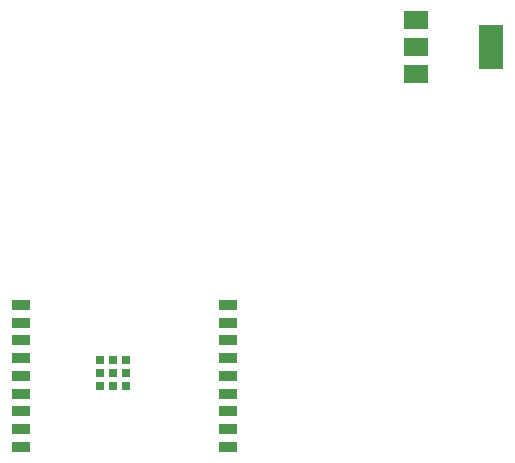
<source format=gbr>
%TF.GenerationSoftware,KiCad,Pcbnew,7.0.7*%
%TF.CreationDate,2025-10-27T22:40:16+01:00*%
%TF.ProjectId,pcb1,70636231-2e6b-4696-9361-645f70636258,rev?*%
%TF.SameCoordinates,Original*%
%TF.FileFunction,Paste,Top*%
%TF.FilePolarity,Positive*%
%FSLAX46Y46*%
G04 Gerber Fmt 4.6, Leading zero omitted, Abs format (unit mm)*
G04 Created by KiCad (PCBNEW 7.0.7) date 2025-10-27 22:40:16*
%MOMM*%
%LPD*%
G01*
G04 APERTURE LIST*
%ADD10R,2.000000X1.500000*%
%ADD11R,2.000000X3.800000*%
%ADD12R,1.500000X0.900000*%
%ADD13R,0.700000X0.700000*%
G04 APERTURE END LIST*
D10*
%TO.C,U2*%
X210340000Y-105680000D03*
X210340000Y-107980000D03*
X210340000Y-110280000D03*
D11*
X216640000Y-107980000D03*
%TD*%
D12*
%TO.C,U1*%
X194380000Y-141820000D03*
X194380000Y-140320000D03*
X194380000Y-138820000D03*
X194380000Y-137320000D03*
X194380000Y-135820000D03*
X194380000Y-134320000D03*
X194380000Y-132820000D03*
X194380000Y-131320000D03*
X194380000Y-129820000D03*
X176880000Y-129820000D03*
X176880000Y-131320000D03*
X176880000Y-132820000D03*
X176880000Y-134320000D03*
X176880000Y-135820000D03*
X176880000Y-137320000D03*
X176880000Y-138820000D03*
X176880000Y-140320000D03*
X176880000Y-141820000D03*
D13*
X185770000Y-136720000D03*
X184670000Y-136720000D03*
X183570000Y-136720000D03*
X185770000Y-135620000D03*
X184670000Y-135620000D03*
X183570000Y-135620000D03*
X185770000Y-134520000D03*
X184670000Y-134520000D03*
X183570000Y-134520000D03*
%TD*%
M02*

</source>
